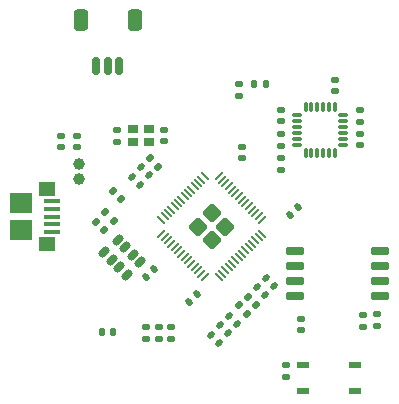
<source format=gbr>
%TF.GenerationSoftware,KiCad,Pcbnew,6.0.11-2627ca5db0~126~ubuntu22.04.1*%
%TF.CreationDate,2023-03-08T23:59:17+01:00*%
%TF.ProjectId,asac-fc-rev-a,61736163-2d66-4632-9d72-65762d612e6b,A*%
%TF.SameCoordinates,Original*%
%TF.FileFunction,Paste,Top*%
%TF.FilePolarity,Positive*%
%FSLAX46Y46*%
G04 Gerber Fmt 4.6, Leading zero omitted, Abs format (unit mm)*
G04 Created by KiCad (PCBNEW 6.0.11-2627ca5db0~126~ubuntu22.04.1) date 2023-03-08 23:59:17*
%MOMM*%
%LPD*%
G01*
G04 APERTURE LIST*
G04 Aperture macros list*
%AMRoundRect*
0 Rectangle with rounded corners*
0 $1 Rounding radius*
0 $2 $3 $4 $5 $6 $7 $8 $9 X,Y pos of 4 corners*
0 Add a 4 corners polygon primitive as box body*
4,1,4,$2,$3,$4,$5,$6,$7,$8,$9,$2,$3,0*
0 Add four circle primitives for the rounded corners*
1,1,$1+$1,$2,$3*
1,1,$1+$1,$4,$5*
1,1,$1+$1,$6,$7*
1,1,$1+$1,$8,$9*
0 Add four rect primitives between the rounded corners*
20,1,$1+$1,$2,$3,$4,$5,0*
20,1,$1+$1,$4,$5,$6,$7,0*
20,1,$1+$1,$6,$7,$8,$9,0*
20,1,$1+$1,$8,$9,$2,$3,0*%
G04 Aperture macros list end*
%ADD10RoundRect,0.147500X-0.172500X0.147500X-0.172500X-0.147500X0.172500X-0.147500X0.172500X0.147500X0*%
%ADD11RoundRect,0.147500X-0.147500X-0.172500X0.147500X-0.172500X0.147500X0.172500X-0.147500X0.172500X0*%
%ADD12R,1.400000X0.400000*%
%ADD13R,1.900000X1.750000*%
%ADD14R,1.450000X1.150000*%
%ADD15C,1.000000*%
%ADD16RoundRect,0.135000X0.185000X-0.135000X0.185000X0.135000X-0.185000X0.135000X-0.185000X-0.135000X0*%
%ADD17RoundRect,0.135000X0.135000X0.185000X-0.135000X0.185000X-0.135000X-0.185000X0.135000X-0.185000X0*%
%ADD18RoundRect,0.250000X0.350000X0.650000X-0.350000X0.650000X-0.350000X-0.650000X0.350000X-0.650000X0*%
%ADD19RoundRect,0.150000X0.150000X0.625000X-0.150000X0.625000X-0.150000X-0.625000X0.150000X-0.625000X0*%
%ADD20RoundRect,0.150000X0.650000X0.150000X-0.650000X0.150000X-0.650000X-0.150000X0.650000X-0.150000X0*%
%ADD21RoundRect,0.140000X0.170000X-0.140000X0.170000X0.140000X-0.170000X0.140000X-0.170000X-0.140000X0*%
%ADD22RoundRect,0.140000X-0.021213X0.219203X-0.219203X0.021213X0.021213X-0.219203X0.219203X-0.021213X0*%
%ADD23RoundRect,0.075000X0.075000X-0.350000X0.075000X0.350000X-0.075000X0.350000X-0.075000X-0.350000X0*%
%ADD24RoundRect,0.075000X0.350000X0.075000X-0.350000X0.075000X-0.350000X-0.075000X0.350000X-0.075000X0*%
%ADD25RoundRect,0.140000X-0.219203X-0.021213X-0.021213X-0.219203X0.219203X0.021213X0.021213X0.219203X0*%
%ADD26RoundRect,0.135000X-0.226274X-0.035355X-0.035355X-0.226274X0.226274X0.035355X0.035355X0.226274X0*%
%ADD27RoundRect,0.140000X0.219203X0.021213X0.021213X0.219203X-0.219203X-0.021213X-0.021213X-0.219203X0*%
%ADD28R,1.117600X0.609600*%
%ADD29RoundRect,0.135000X-0.185000X0.135000X-0.185000X-0.135000X0.185000X-0.135000X0.185000X0.135000X0*%
%ADD30RoundRect,0.135000X0.226274X0.035355X0.035355X0.226274X-0.226274X-0.035355X-0.035355X-0.226274X0*%
%ADD31R,0.900000X0.800000*%
%ADD32RoundRect,0.249999X0.000000X0.558616X-0.558616X0.000000X0.000000X-0.558616X0.558616X0.000000X0*%
%ADD33RoundRect,0.050000X-0.238649X0.309359X-0.309359X0.238649X0.238649X-0.309359X0.309359X-0.238649X0*%
%ADD34RoundRect,0.050000X0.238649X0.309359X-0.309359X-0.238649X-0.238649X-0.309359X0.309359X0.238649X0*%
%ADD35RoundRect,0.175000X-0.106066X-0.353553X0.353553X0.106066X0.106066X0.353553X-0.353553X-0.106066X0*%
%ADD36RoundRect,0.140000X-0.170000X0.140000X-0.170000X-0.140000X0.170000X-0.140000X0.170000X0.140000X0*%
%ADD37RoundRect,0.140000X0.021213X-0.219203X0.219203X-0.021213X-0.021213X0.219203X-0.219203X0.021213X0*%
G04 APERTURE END LIST*
D10*
%TO.C,D3*%
X110960000Y-111805000D03*
X110960000Y-110835000D03*
%TD*%
D11*
%TO.C,D2*%
X115365000Y-127460000D03*
X114395000Y-127460000D03*
%TD*%
D10*
%TO.C,D1*%
X112300000Y-111805000D03*
X112300000Y-110835000D03*
%TD*%
D12*
%TO.C,J3*%
X110187500Y-118975000D03*
X110187500Y-118325000D03*
X110187500Y-117675000D03*
X110187500Y-117025000D03*
X110187500Y-116375000D03*
D13*
X107537500Y-116550000D03*
D14*
X109767500Y-119995000D03*
D13*
X107537500Y-118800000D03*
D14*
X109767500Y-115355000D03*
%TD*%
D15*
%TO.C,J7*%
X112482000Y-113230000D03*
X112482000Y-114530000D03*
%TD*%
D16*
%TO.C,R16*%
X126000000Y-107450000D03*
X126000000Y-106430000D03*
%TD*%
D17*
%TO.C,R15*%
X128290000Y-106490000D03*
X127270000Y-106490000D03*
%TD*%
D18*
%TO.C,J14*%
X117200000Y-101025000D03*
X112600000Y-101025000D03*
D19*
X113900000Y-104900000D03*
X114900000Y-104900000D03*
X115900000Y-104900000D03*
%TD*%
D20*
%TO.C,U3*%
X137950000Y-124405000D03*
X137950000Y-123135000D03*
X137950000Y-121865000D03*
X137950000Y-120595000D03*
X130750000Y-120595000D03*
X130750000Y-121865000D03*
X130750000Y-123135000D03*
X130750000Y-124405000D03*
%TD*%
D21*
%TO.C,C2*%
X115730000Y-111330000D03*
X115730000Y-110370000D03*
%TD*%
D22*
%TO.C,C13*%
X122479411Y-124190589D03*
X121800589Y-124869411D03*
%TD*%
D23*
%TO.C,U1*%
X131650000Y-112275000D03*
X132150000Y-112275000D03*
X132650000Y-112275000D03*
X133150000Y-112275000D03*
X133650000Y-112275000D03*
X134150000Y-112275000D03*
D24*
X134850000Y-111575000D03*
X134850000Y-111075000D03*
X134850000Y-110575000D03*
X134850000Y-110075000D03*
X134850000Y-109575000D03*
X134850000Y-109075000D03*
D23*
X134150000Y-108375000D03*
X133650000Y-108375000D03*
X133150000Y-108375000D03*
X132650000Y-108375000D03*
X132150000Y-108375000D03*
X131650000Y-108375000D03*
D24*
X130950000Y-109075000D03*
X130950000Y-109575000D03*
X130950000Y-110075000D03*
X130950000Y-110575000D03*
X130950000Y-111075000D03*
X130950000Y-111575000D03*
%TD*%
D21*
%TO.C,C5*%
X136300000Y-109655000D03*
X136300000Y-108695000D03*
%TD*%
D25*
%TO.C,C18*%
X128310589Y-122900589D03*
X128989411Y-123579411D03*
%TD*%
D16*
%TO.C,R8*%
X118140000Y-128030000D03*
X118140000Y-127010000D03*
%TD*%
D26*
%TO.C,R9*%
X114630000Y-118850000D03*
X113908752Y-118128752D03*
%TD*%
D25*
%TO.C,C14*%
X123670589Y-127680589D03*
X124349411Y-128359411D03*
%TD*%
D27*
%TO.C,C12*%
X118369411Y-114179411D03*
X117690589Y-113500589D03*
%TD*%
%TO.C,C16*%
X117639411Y-114969411D03*
X116960589Y-114290589D03*
%TD*%
D28*
%TO.C,SW1*%
X135872100Y-130275001D03*
X135872100Y-132424999D03*
X131477900Y-132424999D03*
X131477900Y-130275001D03*
%TD*%
D29*
%TO.C,R6*%
X129600000Y-111685000D03*
X129600000Y-110665000D03*
%TD*%
D26*
%TO.C,R1*%
X118459376Y-112759376D03*
X119180624Y-113480624D03*
%TD*%
D21*
%TO.C,C6*%
X129600000Y-109605000D03*
X129600000Y-108645000D03*
%TD*%
D25*
%TO.C,C7*%
X124420589Y-126880589D03*
X125099411Y-127559411D03*
%TD*%
D26*
%TO.C,R4*%
X115309376Y-115499376D03*
X116030624Y-116220624D03*
%TD*%
D16*
%TO.C,R5*%
X129570000Y-113730000D03*
X129570000Y-112710000D03*
%TD*%
D22*
%TO.C,C9*%
X118799411Y-122100589D03*
X118120589Y-122779411D03*
%TD*%
D30*
%TO.C,R3*%
X126710624Y-125920624D03*
X125989376Y-125199376D03*
%TD*%
D16*
%TO.C,R12*%
X137730000Y-126980000D03*
X137730000Y-125960000D03*
%TD*%
D29*
%TO.C,R13*%
X136480000Y-125980000D03*
X136480000Y-127000000D03*
%TD*%
D31*
%TO.C,Y1*%
X118420000Y-111330000D03*
X117020000Y-111330000D03*
X117020000Y-110230000D03*
X118420000Y-110230000D03*
%TD*%
D32*
%TO.C,U2*%
X122571836Y-118526736D03*
X123703207Y-119658107D03*
X123703207Y-117395365D03*
X124834578Y-118526736D03*
D33*
X127972364Y-119118938D03*
X127689521Y-119401781D03*
X127406679Y-119684623D03*
X127123836Y-119967466D03*
X126840993Y-120250309D03*
X126558151Y-120533151D03*
X126275308Y-120815994D03*
X125992465Y-121098837D03*
X125709622Y-121381680D03*
X125426780Y-121664522D03*
X125143937Y-121947365D03*
X124861094Y-122230208D03*
X124578252Y-122513050D03*
X124295409Y-122795893D03*
D34*
X123111005Y-122795893D03*
X122828162Y-122513050D03*
X122545320Y-122230208D03*
X122262477Y-121947365D03*
X121979634Y-121664522D03*
X121696792Y-121381680D03*
X121413949Y-121098837D03*
X121131106Y-120815994D03*
X120848263Y-120533151D03*
X120565421Y-120250309D03*
X120282578Y-119967466D03*
X119999735Y-119684623D03*
X119716893Y-119401781D03*
X119434050Y-119118938D03*
D33*
X119434050Y-117934534D03*
X119716893Y-117651691D03*
X119999735Y-117368849D03*
X120282578Y-117086006D03*
X120565421Y-116803163D03*
X120848263Y-116520321D03*
X121131106Y-116237478D03*
X121413949Y-115954635D03*
X121696792Y-115671792D03*
X121979634Y-115388950D03*
X122262477Y-115106107D03*
X122545320Y-114823264D03*
X122828162Y-114540422D03*
X123111005Y-114257579D03*
D34*
X124295409Y-114257579D03*
X124578252Y-114540422D03*
X124861094Y-114823264D03*
X125143937Y-115106107D03*
X125426780Y-115388950D03*
X125709622Y-115671792D03*
X125992465Y-115954635D03*
X126275308Y-116237478D03*
X126558151Y-116520321D03*
X126840993Y-116803163D03*
X127123836Y-117086006D03*
X127406679Y-117368849D03*
X127689521Y-117651691D03*
X127972364Y-117934534D03*
%TD*%
D25*
%TO.C,C15*%
X125200589Y-126060589D03*
X125879411Y-126739411D03*
%TD*%
D35*
%TO.C,J2*%
X114602208Y-120677208D03*
X115238604Y-121313604D03*
X115875000Y-121950000D03*
X116511396Y-122586396D03*
%TD*%
D16*
%TO.C,R10*%
X120300000Y-128030000D03*
X120300000Y-127010000D03*
%TD*%
D30*
%TO.C,R2*%
X127470624Y-125180624D03*
X126749376Y-124459376D03*
%TD*%
D21*
%TO.C,C4*%
X134150000Y-107055000D03*
X134150000Y-106095000D03*
%TD*%
D29*
%TO.C,R11*%
X119220000Y-127010000D03*
X119220000Y-128030000D03*
%TD*%
D21*
%TO.C,C11*%
X126260000Y-112730000D03*
X126260000Y-111770000D03*
%TD*%
D25*
%TO.C,C8*%
X127530589Y-123660589D03*
X128209411Y-124339411D03*
%TD*%
D36*
%TO.C,C1*%
X119710000Y-111290000D03*
X119710000Y-110330000D03*
%TD*%
%TO.C,C17*%
X131240000Y-126360000D03*
X131240000Y-127320000D03*
%TD*%
D26*
%TO.C,R7*%
X114679376Y-117309376D03*
X115400624Y-118030624D03*
%TD*%
D37*
%TO.C,C10*%
X130300589Y-117579411D03*
X130979411Y-116900589D03*
%TD*%
D35*
%TO.C,J12*%
X115738604Y-119638604D03*
X116375000Y-120275000D03*
X117011396Y-120911396D03*
X117647792Y-121547792D03*
%TD*%
D21*
%TO.C,C3*%
X136300000Y-111630000D03*
X136300000Y-110670000D03*
%TD*%
D36*
%TO.C,C19*%
X130000000Y-130270000D03*
X130000000Y-131230000D03*
%TD*%
M02*

</source>
